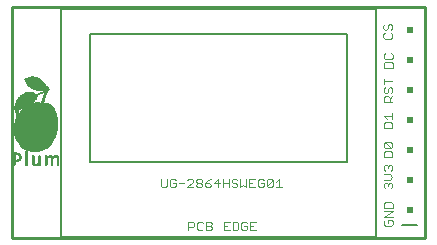
<source format=gto>
G04 EAGLE Gerber RS-274X export*
G75*
%MOMM*%
%FSLAX34Y34*%
%LPD*%
%INSilkscreen Top*%
%IPPOS*%
%AMOC8*
5,1,8,0,0,1.08239X$1,22.5*%
G01*
%ADD10C,0.076200*%
%ADD11C,0.127000*%
%ADD12C,0.203200*%
%ADD13R,0.508000X0.508000*%
%ADD14C,0.254000*%

G36*
X17398Y72578D02*
X17398Y72578D01*
X17433Y72575D01*
X17514Y72600D01*
X17558Y72609D01*
X17572Y72618D01*
X17592Y72624D01*
X17957Y72807D01*
X18415Y72831D01*
X18433Y72835D01*
X18455Y72835D01*
X18978Y72905D01*
X19486Y72899D01*
X20030Y72854D01*
X20041Y72856D01*
X20054Y72853D01*
X21745Y72794D01*
X21750Y72795D01*
X21756Y72793D01*
X22320Y72786D01*
X22346Y72791D01*
X22382Y72789D01*
X22940Y72852D01*
X22960Y72859D01*
X22988Y72860D01*
X24087Y73092D01*
X24099Y73097D01*
X24116Y73099D01*
X25203Y73398D01*
X25216Y73404D01*
X25233Y73407D01*
X25767Y73591D01*
X25774Y73595D01*
X25785Y73597D01*
X27358Y74208D01*
X27363Y74212D01*
X27371Y74213D01*
X27875Y74426D01*
X27887Y74434D01*
X27904Y74439D01*
X28391Y74682D01*
X28869Y74876D01*
X28878Y74882D01*
X28891Y74886D01*
X29400Y75121D01*
X29418Y75135D01*
X29445Y75145D01*
X29930Y75433D01*
X29936Y75439D01*
X29946Y75443D01*
X30892Y76053D01*
X30919Y76079D01*
X30963Y76108D01*
X31776Y76867D01*
X32198Y77219D01*
X32223Y77250D01*
X32265Y77287D01*
X32605Y77703D01*
X32973Y78112D01*
X32981Y78126D01*
X32996Y78139D01*
X33689Y79029D01*
X33699Y79048D01*
X33716Y79068D01*
X34321Y80016D01*
X34325Y80026D01*
X34333Y80037D01*
X34884Y81000D01*
X34887Y81009D01*
X34894Y81017D01*
X35938Y83017D01*
X35939Y83021D01*
X35943Y83026D01*
X36444Y84035D01*
X36445Y84039D01*
X36448Y84043D01*
X36689Y84552D01*
X36692Y84563D01*
X36699Y84574D01*
X36906Y85070D01*
X37143Y85543D01*
X37147Y85558D01*
X37158Y85574D01*
X37591Y86609D01*
X37592Y86615D01*
X37596Y86621D01*
X37996Y87656D01*
X37999Y87671D01*
X38007Y87687D01*
X38501Y89266D01*
X38504Y89301D01*
X38519Y89349D01*
X38587Y89860D01*
X38875Y90901D01*
X38877Y90936D01*
X38890Y90981D01*
X38947Y91510D01*
X39067Y92026D01*
X39067Y92048D01*
X39075Y92075D01*
X39358Y94279D01*
X39357Y94301D01*
X39362Y94329D01*
X39406Y95960D01*
X39404Y95968D01*
X39406Y95979D01*
X39393Y97107D01*
X39391Y97114D01*
X39392Y97123D01*
X39368Y97686D01*
X39360Y97717D01*
X39359Y97761D01*
X39258Y98274D01*
X39225Y98804D01*
X39221Y98819D01*
X39222Y98839D01*
X39074Y99950D01*
X39069Y99964D01*
X39069Y99983D01*
X38738Y101627D01*
X38731Y101643D01*
X38729Y101664D01*
X38429Y102723D01*
X38324Y103252D01*
X38319Y103264D01*
X38318Y103278D01*
X38181Y103816D01*
X38178Y103822D01*
X38178Y103829D01*
X37876Y104896D01*
X37872Y104903D01*
X37871Y104913D01*
X37362Y106498D01*
X37358Y106506D01*
X37356Y106516D01*
X37164Y107042D01*
X37155Y107056D01*
X37150Y107076D01*
X36930Y107565D01*
X36762Y108072D01*
X36750Y108093D01*
X36742Y108123D01*
X36638Y108352D01*
X36637Y108353D01*
X36637Y108354D01*
X36614Y108384D01*
X36594Y108449D01*
X36081Y109455D01*
X36071Y109468D01*
X36063Y109487D01*
X35477Y110453D01*
X35466Y110465D01*
X35457Y110484D01*
X35129Y110943D01*
X35116Y110955D01*
X35104Y110974D01*
X34741Y111406D01*
X34730Y111414D01*
X34720Y111428D01*
X34331Y111837D01*
X34322Y111843D01*
X34315Y111853D01*
X33908Y112244D01*
X33897Y112250D01*
X33888Y112262D01*
X33460Y112631D01*
X33438Y112643D01*
X33414Y112666D01*
X32951Y112979D01*
X32932Y112987D01*
X32912Y113004D01*
X31925Y113544D01*
X31894Y113554D01*
X31855Y113576D01*
X31332Y113765D01*
X31320Y113766D01*
X31308Y113773D01*
X30244Y114097D01*
X30220Y114099D01*
X30191Y114110D01*
X29636Y114214D01*
X29622Y114214D01*
X29604Y114219D01*
X29044Y114287D01*
X29024Y114285D01*
X28999Y114291D01*
X28435Y114308D01*
X28419Y114305D01*
X28399Y114308D01*
X27835Y114285D01*
X27807Y114278D01*
X27769Y114278D01*
X27524Y114235D01*
X27874Y115975D01*
X28145Y117058D01*
X28145Y117069D01*
X28150Y117082D01*
X28257Y117613D01*
X28409Y118134D01*
X28410Y118146D01*
X28415Y118159D01*
X28673Y119243D01*
X28995Y120310D01*
X28996Y120315D01*
X28998Y120320D01*
X29292Y121372D01*
X29487Y121812D01*
X29782Y122236D01*
X29787Y122249D01*
X29798Y122261D01*
X30091Y122743D01*
X30104Y122778D01*
X30131Y122824D01*
X30332Y123350D01*
X30339Y123390D01*
X30358Y123446D01*
X30409Y123743D01*
X30407Y123794D01*
X30415Y123843D01*
X30408Y123874D01*
X30541Y124075D01*
X30887Y124156D01*
X30927Y124174D01*
X31015Y124205D01*
X31470Y124456D01*
X31492Y124474D01*
X31517Y124485D01*
X31567Y124538D01*
X31622Y124584D01*
X31634Y124610D01*
X31653Y124630D01*
X31692Y124725D01*
X31711Y124762D01*
X31711Y124772D01*
X31716Y124784D01*
X31838Y125332D01*
X31839Y125375D01*
X31849Y125470D01*
X31816Y126033D01*
X31807Y126066D01*
X31804Y126113D01*
X31680Y126664D01*
X31667Y126691D01*
X31660Y126730D01*
X31460Y127258D01*
X31443Y127285D01*
X31428Y127325D01*
X31153Y127817D01*
X31144Y127827D01*
X31140Y127839D01*
X31029Y127963D01*
X30596Y128308D01*
X30565Y128324D01*
X30539Y128347D01*
X30477Y128369D01*
X30419Y128398D01*
X30384Y128401D01*
X30351Y128412D01*
X30265Y128409D01*
X30221Y128413D01*
X30205Y128407D01*
X30185Y128407D01*
X29648Y128297D01*
X29607Y128279D01*
X29528Y128256D01*
X29176Y128083D01*
X28973Y128870D01*
X28961Y128894D01*
X28954Y128928D01*
X28540Y129978D01*
X28526Y130000D01*
X28515Y130033D01*
X28247Y130528D01*
X28223Y130556D01*
X28208Y130589D01*
X28148Y130646D01*
X28119Y130680D01*
X28103Y130688D01*
X28087Y130704D01*
X27716Y130955D01*
X27110Y131799D01*
X27094Y131813D01*
X27081Y131835D01*
X26712Y132259D01*
X26695Y132272D01*
X26683Y132289D01*
X26575Y132364D01*
X26554Y132380D01*
X26550Y132381D01*
X26546Y132383D01*
X26130Y132578D01*
X25837Y132891D01*
X25217Y133779D01*
X25211Y133785D01*
X25206Y133794D01*
X24869Y134240D01*
X24821Y134282D01*
X24780Y134331D01*
X24743Y134351D01*
X24720Y134372D01*
X24683Y134384D01*
X24634Y134411D01*
X24161Y134575D01*
X23724Y134837D01*
X23684Y134852D01*
X23623Y134884D01*
X23224Y135016D01*
X22918Y135331D01*
X22873Y135362D01*
X22834Y135401D01*
X22785Y135423D01*
X22754Y135444D01*
X22722Y135450D01*
X22681Y135468D01*
X22216Y135585D01*
X21801Y135824D01*
X21759Y135838D01*
X21676Y135874D01*
X21146Y136011D01*
X21112Y136013D01*
X21068Y136024D01*
X20590Y136069D01*
X20137Y136199D01*
X19651Y136398D01*
X19610Y136406D01*
X19550Y136428D01*
X18997Y136527D01*
X18952Y136526D01*
X18867Y136533D01*
X18319Y136487D01*
X18297Y136481D01*
X18268Y136481D01*
X17805Y136393D01*
X17332Y136464D01*
X17309Y136463D01*
X17280Y136469D01*
X16716Y136494D01*
X16704Y136492D01*
X16690Y136494D01*
X16125Y136489D01*
X16039Y136470D01*
X15953Y136456D01*
X15941Y136449D01*
X15931Y136447D01*
X15896Y136423D01*
X15809Y136372D01*
X15568Y136170D01*
X15199Y136182D01*
X15165Y136176D01*
X15131Y136179D01*
X15047Y136156D01*
X15003Y136149D01*
X14990Y136140D01*
X14971Y136135D01*
X14581Y135952D01*
X14211Y135859D01*
X13762Y135924D01*
X13755Y135924D01*
X13749Y135926D01*
X13656Y135918D01*
X13564Y135913D01*
X13557Y135910D01*
X13550Y135910D01*
X13469Y135867D01*
X13385Y135826D01*
X13381Y135820D01*
X13374Y135817D01*
X13265Y135692D01*
X13140Y135488D01*
X12874Y135500D01*
X12830Y135493D01*
X12751Y135490D01*
X12254Y135388D01*
X12244Y135383D01*
X12233Y135383D01*
X12081Y135316D01*
X11723Y135082D01*
X11269Y134965D01*
X11194Y134928D01*
X11117Y134896D01*
X11104Y134884D01*
X11091Y134877D01*
X11062Y134844D01*
X10996Y134782D01*
X10683Y134367D01*
X10654Y134306D01*
X10617Y134249D01*
X10612Y134217D01*
X10597Y134187D01*
X10594Y134120D01*
X10583Y134053D01*
X10590Y134017D01*
X10589Y133988D01*
X10603Y133950D01*
X10615Y133890D01*
X10809Y133375D01*
X10832Y133338D01*
X10861Y133274D01*
X11163Y132823D01*
X11393Y132421D01*
X11519Y131950D01*
X11525Y131938D01*
X11527Y131924D01*
X11604Y131777D01*
X11825Y131485D01*
X11791Y131152D01*
X11800Y131060D01*
X11807Y130967D01*
X11810Y130960D01*
X11811Y130954D01*
X11827Y130925D01*
X11878Y130816D01*
X12178Y130383D01*
X12426Y129914D01*
X12442Y129895D01*
X12451Y129871D01*
X12527Y129790D01*
X12551Y129761D01*
X12558Y129757D01*
X12565Y129750D01*
X12900Y129495D01*
X13035Y129147D01*
X13052Y129120D01*
X13062Y129090D01*
X13119Y129016D01*
X13143Y128979D01*
X13154Y128972D01*
X13164Y128958D01*
X13497Y128655D01*
X13761Y128259D01*
X13789Y128231D01*
X13861Y128149D01*
X14285Y127802D01*
X14304Y127793D01*
X14323Y127774D01*
X14702Y127521D01*
X14932Y127164D01*
X14935Y127160D01*
X14936Y127157D01*
X15050Y127035D01*
X15459Y126726D01*
X15806Y126358D01*
X15842Y126332D01*
X15913Y126272D01*
X16858Y125705D01*
X16863Y125703D01*
X16867Y125700D01*
X17023Y125643D01*
X17449Y125563D01*
X17785Y125291D01*
X17824Y125270D01*
X17859Y125241D01*
X17923Y125218D01*
X17961Y125198D01*
X17985Y125196D01*
X18016Y125186D01*
X18541Y125096D01*
X19004Y124956D01*
X19447Y124723D01*
X19465Y124718D01*
X19480Y124707D01*
X19626Y124671D01*
X19638Y124667D01*
X19639Y124667D01*
X19641Y124667D01*
X21301Y124539D01*
X21709Y124460D01*
X21982Y124247D01*
X22039Y124219D01*
X22091Y124183D01*
X22132Y124172D01*
X22160Y124158D01*
X22199Y124156D01*
X22252Y124143D01*
X23840Y124027D01*
X24248Y123818D01*
X24278Y123809D01*
X24305Y123793D01*
X24397Y123776D01*
X24439Y123764D01*
X24453Y123766D01*
X24469Y123763D01*
X25032Y123756D01*
X25053Y123760D01*
X25081Y123758D01*
X25643Y123806D01*
X25666Y123813D01*
X25697Y123813D01*
X26251Y123923D01*
X26266Y123929D01*
X26286Y123931D01*
X26830Y124081D01*
X26840Y124086D01*
X26854Y124088D01*
X27390Y124264D01*
X27415Y124278D01*
X27453Y124290D01*
X27883Y124500D01*
X27671Y124300D01*
X27639Y124299D01*
X27603Y124290D01*
X27492Y124269D01*
X26988Y124087D01*
X26981Y124082D01*
X26974Y124081D01*
X26959Y124070D01*
X26929Y124061D01*
X26472Y123825D01*
X25488Y123471D01*
X25472Y123461D01*
X25448Y123454D01*
X24515Y123023D01*
X24029Y122910D01*
X23988Y122892D01*
X23916Y122870D01*
X23540Y122680D01*
X23536Y122677D01*
X23531Y122675D01*
X23478Y122632D01*
X23449Y122623D01*
X23376Y122612D01*
X22985Y122482D01*
X22973Y122475D01*
X22957Y122471D01*
X22463Y122273D01*
X21981Y122116D01*
X21111Y121872D01*
X20783Y122030D01*
X20772Y122032D01*
X20761Y122040D01*
X19742Y122471D01*
X19248Y122710D01*
X19231Y122714D01*
X19213Y122725D01*
X18694Y122930D01*
X18674Y122933D01*
X18650Y122945D01*
X18140Y123092D01*
X17642Y123290D01*
X17602Y123297D01*
X17544Y123318D01*
X16991Y123414D01*
X16948Y123413D01*
X16905Y123422D01*
X16836Y123410D01*
X16792Y123409D01*
X16771Y123399D01*
X16741Y123394D01*
X16322Y123249D01*
X15865Y123288D01*
X15852Y123286D01*
X15835Y123289D01*
X15270Y123303D01*
X15262Y123302D01*
X15252Y123303D01*
X14122Y123289D01*
X14113Y123287D01*
X14102Y123289D01*
X12974Y123230D01*
X12957Y123226D01*
X12935Y123226D01*
X11816Y123078D01*
X11799Y123073D01*
X11778Y123072D01*
X11226Y122955D01*
X11191Y122940D01*
X11138Y122928D01*
X10628Y122716D01*
X10607Y122702D01*
X10583Y122695D01*
X10494Y122626D01*
X10463Y122605D01*
X10459Y122599D01*
X10451Y122593D01*
X10078Y122187D01*
X10070Y122173D01*
X10055Y122160D01*
X9812Y121854D01*
X9420Y121713D01*
X9409Y121707D01*
X9395Y121703D01*
X9113Y121584D01*
X8900Y121494D01*
X8387Y121341D01*
X8364Y121328D01*
X8330Y121320D01*
X7813Y121093D01*
X7779Y121069D01*
X7722Y121041D01*
X7281Y120724D01*
X7249Y120688D01*
X7209Y120661D01*
X7174Y120608D01*
X7146Y120577D01*
X7137Y120552D01*
X7117Y120522D01*
X6930Y120102D01*
X6606Y119791D01*
X6204Y119456D01*
X5760Y119151D01*
X5741Y119131D01*
X5710Y119111D01*
X5289Y118734D01*
X5280Y118721D01*
X5264Y118709D01*
X4872Y118304D01*
X4861Y118287D01*
X4846Y118275D01*
X4776Y118153D01*
X4765Y118136D01*
X4764Y118133D01*
X4763Y118130D01*
X4583Y117646D01*
X4368Y117248D01*
X3666Y116435D01*
X3655Y116415D01*
X3635Y116394D01*
X3314Y115934D01*
X3278Y115851D01*
X3262Y115817D01*
X3259Y115813D01*
X3259Y115810D01*
X3239Y115769D01*
X3238Y115759D01*
X3235Y115751D01*
X3235Y115712D01*
X3228Y115632D01*
X3226Y115616D01*
X3227Y115612D01*
X3226Y115603D01*
X3266Y115168D01*
X3112Y114803D01*
X2535Y113879D01*
X2521Y113843D01*
X2492Y113794D01*
X2297Y113287D01*
X2292Y113253D01*
X2277Y113222D01*
X2272Y113135D01*
X2264Y113091D01*
X2268Y113076D01*
X2267Y113056D01*
X2312Y112622D01*
X2029Y111628D01*
X2028Y111606D01*
X2018Y111579D01*
X1920Y111025D01*
X1922Y110946D01*
X1917Y110868D01*
X1925Y110845D01*
X1925Y110826D01*
X1944Y110785D01*
X1968Y110709D01*
X2170Y110317D01*
X2206Y109945D01*
X2093Y109481D01*
X2092Y109464D01*
X2085Y109443D01*
X1994Y108887D01*
X1994Y108880D01*
X1992Y108873D01*
X1997Y108707D01*
X2106Y108170D01*
X2146Y108074D01*
X2182Y107988D01*
X2183Y107987D01*
X2183Y107986D01*
X2251Y107920D01*
X2324Y107849D01*
X2325Y107848D01*
X2326Y107848D01*
X2332Y107846D01*
X2333Y107845D01*
X2396Y107394D01*
X2406Y107366D01*
X2410Y107327D01*
X2561Y106797D01*
X2578Y106765D01*
X2586Y106730D01*
X2632Y106661D01*
X2653Y106621D01*
X2666Y106610D01*
X2678Y106591D01*
X2896Y106361D01*
X2923Y105981D01*
X2934Y105939D01*
X2944Y105869D01*
X3102Y105356D01*
X3190Y104910D01*
X3133Y104429D01*
X3135Y104405D01*
X3130Y104373D01*
X3127Y103810D01*
X3134Y103773D01*
X3149Y103662D01*
X3312Y103128D01*
X3332Y103090D01*
X3355Y103027D01*
X3629Y102543D01*
X3658Y102509D01*
X3700Y102447D01*
X3838Y102300D01*
X3316Y101036D01*
X3313Y101021D01*
X3304Y101004D01*
X2774Y99423D01*
X2773Y99414D01*
X2768Y99405D01*
X2455Y98336D01*
X2453Y98308D01*
X2441Y98272D01*
X2358Y97741D01*
X2098Y96688D01*
X2097Y96657D01*
X2086Y96617D01*
X2033Y96088D01*
X1918Y95572D01*
X1917Y95539D01*
X1907Y95495D01*
X1872Y94959D01*
X1783Y94430D01*
X1783Y94407D01*
X1777Y94378D01*
X1741Y93815D01*
X1742Y93807D01*
X1740Y93797D01*
X1710Y92669D01*
X1711Y92666D01*
X1710Y92662D01*
X1697Y91533D01*
X1697Y91529D01*
X1697Y91526D01*
X1698Y91524D01*
X1697Y91518D01*
X1718Y90390D01*
X1721Y90380D01*
X1719Y90368D01*
X1755Y89805D01*
X1757Y89797D01*
X1756Y89788D01*
X1865Y88665D01*
X1870Y88649D01*
X1871Y88628D01*
X2064Y87517D01*
X2068Y87508D01*
X2069Y87495D01*
X2183Y86980D01*
X2243Y86448D01*
X2254Y86415D01*
X2259Y86367D01*
X2564Y85293D01*
X2569Y85284D01*
X2571Y85270D01*
X2751Y84736D01*
X2753Y84732D01*
X2754Y84726D01*
X2946Y84196D01*
X2954Y84181D01*
X2960Y84161D01*
X3189Y83649D01*
X3194Y83642D01*
X3197Y83632D01*
X3695Y82625D01*
X3702Y82617D01*
X3706Y82605D01*
X4251Y81620D01*
X4259Y81611D01*
X4264Y81597D01*
X4860Y80643D01*
X4869Y80634D01*
X4876Y80619D01*
X5854Y79238D01*
X5862Y79230D01*
X5869Y79217D01*
X6918Y77889D01*
X6929Y77879D01*
X6940Y77863D01*
X8076Y76609D01*
X8083Y76604D01*
X8089Y76595D01*
X8484Y76192D01*
X8502Y76180D01*
X8519Y76160D01*
X8940Y75806D01*
X9345Y75431D01*
X9360Y75421D01*
X9376Y75404D01*
X9817Y75059D01*
X9832Y75051D01*
X9848Y75036D01*
X10316Y74725D01*
X10335Y74717D01*
X10356Y74700D01*
X11310Y74186D01*
X11335Y74178D01*
X11365Y74160D01*
X11872Y73963D01*
X11875Y73962D01*
X11879Y73960D01*
X12909Y73575D01*
X12929Y73572D01*
X12954Y73561D01*
X15093Y72985D01*
X15121Y72983D01*
X15157Y72972D01*
X15697Y72900D01*
X16173Y72806D01*
X16606Y72618D01*
X16622Y72615D01*
X16636Y72606D01*
X16800Y72577D01*
X17363Y72571D01*
X17398Y72578D01*
G37*
G36*
X29678Y60734D02*
X29678Y60734D01*
X29749Y60740D01*
X29775Y60754D01*
X29803Y60760D01*
X29862Y60800D01*
X29925Y60833D01*
X29943Y60856D01*
X29967Y60872D01*
X30005Y60932D01*
X30050Y60988D01*
X30060Y61019D01*
X30074Y61040D01*
X30081Y61082D01*
X30102Y61146D01*
X30175Y61634D01*
X30173Y61668D01*
X30180Y61713D01*
X30145Y65099D01*
X30151Y66722D01*
X30229Y66993D01*
X30529Y67178D01*
X30992Y67417D01*
X31462Y67604D01*
X31919Y67716D01*
X32325Y67718D01*
X32631Y67594D01*
X32831Y67342D01*
X32931Y66955D01*
X32955Y66195D01*
X32964Y65889D01*
X32967Y61374D01*
X32970Y61357D01*
X32968Y61339D01*
X32990Y61260D01*
X33007Y61180D01*
X33017Y61165D01*
X33021Y61148D01*
X33073Y61083D01*
X33119Y61016D01*
X33134Y61006D01*
X33145Y60992D01*
X33279Y60914D01*
X33287Y60909D01*
X33288Y60909D01*
X33289Y60908D01*
X33699Y60753D01*
X33706Y60751D01*
X33712Y60748D01*
X33876Y60720D01*
X34441Y60720D01*
X34473Y60727D01*
X34506Y60724D01*
X34570Y60746D01*
X34636Y60760D01*
X34663Y60778D01*
X34694Y60789D01*
X34763Y60847D01*
X34800Y60872D01*
X34808Y60884D01*
X34821Y60896D01*
X35081Y61201D01*
X35125Y61282D01*
X35172Y61361D01*
X35174Y61369D01*
X35177Y61375D01*
X35181Y61411D01*
X35200Y61525D01*
X35200Y67003D01*
X35326Y67163D01*
X35715Y67356D01*
X36195Y67551D01*
X36670Y67686D01*
X37119Y67731D01*
X37494Y67667D01*
X37753Y67482D01*
X37902Y67177D01*
X37941Y66722D01*
X37955Y66177D01*
X37983Y61660D01*
X37992Y61616D01*
X38000Y61532D01*
X38121Y61088D01*
X38140Y61050D01*
X38150Y61009D01*
X38185Y60963D01*
X38211Y60911D01*
X38243Y60883D01*
X38268Y60849D01*
X38318Y60820D01*
X38362Y60782D01*
X38403Y60769D01*
X38439Y60748D01*
X38510Y60736D01*
X38552Y60723D01*
X38575Y60725D01*
X38603Y60720D01*
X39168Y60720D01*
X39189Y60724D01*
X39216Y60722D01*
X39732Y60772D01*
X39812Y60797D01*
X39894Y60816D01*
X39907Y60826D01*
X39922Y60830D01*
X39986Y60884D01*
X40054Y60934D01*
X40062Y60948D01*
X40074Y60958D01*
X40113Y61033D01*
X40156Y61105D01*
X40158Y61122D01*
X40165Y61135D01*
X40168Y61179D01*
X40183Y61270D01*
X40178Y65791D01*
X40177Y65795D01*
X40177Y65799D01*
X40147Y67494D01*
X40138Y67531D01*
X40137Y67585D01*
X40024Y68136D01*
X40010Y68169D01*
X39972Y68278D01*
X39699Y68770D01*
X39671Y68803D01*
X39613Y68883D01*
X39213Y69279D01*
X39178Y69302D01*
X39098Y69364D01*
X38602Y69631D01*
X38559Y69644D01*
X38486Y69676D01*
X37939Y69812D01*
X37897Y69814D01*
X37834Y69826D01*
X37270Y69844D01*
X37233Y69837D01*
X37178Y69838D01*
X36620Y69751D01*
X36591Y69740D01*
X36549Y69734D01*
X36010Y69566D01*
X35993Y69557D01*
X35969Y69552D01*
X35446Y69338D01*
X35429Y69326D01*
X35404Y69318D01*
X34623Y68910D01*
X34529Y68954D01*
X34185Y69288D01*
X34148Y69313D01*
X34083Y69365D01*
X33593Y69643D01*
X33553Y69656D01*
X33548Y69657D01*
X33512Y69679D01*
X33486Y69683D01*
X33459Y69695D01*
X32909Y69821D01*
X32865Y69822D01*
X32773Y69834D01*
X31829Y69788D01*
X31786Y69777D01*
X31703Y69765D01*
X31164Y69595D01*
X31145Y69584D01*
X31118Y69578D01*
X30599Y69356D01*
X30587Y69347D01*
X30570Y69342D01*
X30086Y69097D01*
X29994Y69336D01*
X29985Y69350D01*
X29981Y69367D01*
X29932Y69434D01*
X29887Y69504D01*
X29873Y69513D01*
X29863Y69527D01*
X29792Y69569D01*
X29723Y69616D01*
X29706Y69620D01*
X29692Y69628D01*
X29530Y69656D01*
X29528Y69656D01*
X28963Y69656D01*
X28941Y69652D01*
X28912Y69653D01*
X28399Y69601D01*
X28320Y69576D01*
X28240Y69557D01*
X28226Y69547D01*
X28209Y69542D01*
X28146Y69488D01*
X28080Y69439D01*
X28071Y69424D01*
X28058Y69413D01*
X28020Y69339D01*
X27978Y69268D01*
X27975Y69249D01*
X27968Y69235D01*
X27965Y69191D01*
X27951Y69104D01*
X27956Y61762D01*
X27958Y61753D01*
X27957Y61742D01*
X27979Y61199D01*
X28003Y61102D01*
X28025Y61009D01*
X28026Y61008D01*
X28026Y61006D01*
X28086Y60926D01*
X28143Y60849D01*
X28144Y60848D01*
X28145Y60847D01*
X28232Y60796D01*
X28314Y60748D01*
X28316Y60747D01*
X28317Y60747D01*
X28333Y60745D01*
X28478Y60720D01*
X29608Y60720D01*
X29678Y60734D01*
G37*
G36*
X2307Y60730D02*
X2307Y60730D01*
X2359Y60731D01*
X2413Y60752D01*
X2451Y60760D01*
X2476Y60777D01*
X2514Y60792D01*
X2867Y61004D01*
X2921Y61054D01*
X2980Y61098D01*
X2994Y61121D01*
X3013Y61139D01*
X3044Y61206D01*
X3081Y61269D01*
X3086Y61299D01*
X3096Y61320D01*
X3097Y61363D01*
X3108Y61433D01*
X3101Y64036D01*
X3106Y64040D01*
X4061Y64106D01*
X4076Y64110D01*
X4096Y64110D01*
X4656Y64187D01*
X4672Y64193D01*
X4694Y64194D01*
X5245Y64315D01*
X5267Y64324D01*
X5297Y64329D01*
X5833Y64508D01*
X5857Y64522D01*
X5893Y64532D01*
X6401Y64779D01*
X6427Y64799D01*
X6467Y64818D01*
X6931Y65140D01*
X6956Y65166D01*
X6997Y65195D01*
X7399Y65592D01*
X7418Y65621D01*
X7452Y65654D01*
X7784Y66112D01*
X7797Y66142D01*
X7824Y66177D01*
X8081Y66680D01*
X8091Y66716D01*
X8115Y66766D01*
X8275Y67306D01*
X8282Y67386D01*
X8295Y67465D01*
X8294Y67470D01*
X8296Y67473D01*
X8304Y67506D01*
X8315Y67529D01*
X8318Y67571D01*
X8332Y67636D01*
X8360Y68201D01*
X8356Y68226D01*
X8360Y68260D01*
X8321Y68824D01*
X8312Y68857D01*
X8309Y68904D01*
X8179Y69455D01*
X8164Y69487D01*
X8153Y69535D01*
X7932Y70056D01*
X7910Y70088D01*
X7886Y70140D01*
X7570Y70608D01*
X7542Y70636D01*
X7507Y70684D01*
X7106Y71082D01*
X7075Y71102D01*
X7038Y71138D01*
X6573Y71459D01*
X6542Y71472D01*
X6503Y71500D01*
X5991Y71741D01*
X5967Y71747D01*
X5938Y71763D01*
X5402Y71944D01*
X5376Y71947D01*
X5345Y71960D01*
X4791Y72077D01*
X4770Y72077D01*
X4745Y72084D01*
X4182Y72148D01*
X4171Y72147D01*
X4158Y72150D01*
X3593Y72186D01*
X3584Y72185D01*
X3573Y72187D01*
X1309Y72241D01*
X1295Y72239D01*
X1281Y72241D01*
X1197Y72221D01*
X1113Y72206D01*
X1101Y72198D01*
X1087Y72195D01*
X1018Y72144D01*
X947Y72098D01*
X939Y72086D01*
X927Y72077D01*
X884Y72004D01*
X836Y71933D01*
X833Y71918D01*
X826Y71906D01*
X798Y71742D01*
X798Y67779D01*
X812Y67709D01*
X818Y67639D01*
X832Y67609D01*
X837Y67584D01*
X862Y67549D01*
X891Y67489D01*
X918Y67451D01*
X828Y67203D01*
X827Y67200D01*
X826Y67197D01*
X798Y67033D01*
X792Y61386D01*
X794Y61375D01*
X793Y61365D01*
X814Y61278D01*
X832Y61191D01*
X838Y61182D01*
X840Y61172D01*
X894Y61100D01*
X944Y61027D01*
X953Y61021D01*
X959Y61013D01*
X1100Y60924D01*
X1499Y60758D01*
X1514Y60755D01*
X1527Y60748D01*
X1691Y60720D01*
X2256Y60720D01*
X2307Y60730D01*
G37*
G36*
X20024Y60529D02*
X20024Y60529D01*
X20072Y60529D01*
X20630Y60618D01*
X20659Y60629D01*
X20700Y60634D01*
X21239Y60802D01*
X21256Y60812D01*
X21281Y60817D01*
X21803Y61032D01*
X21817Y61042D01*
X21837Y61048D01*
X22342Y61301D01*
X22345Y61303D01*
X22412Y61077D01*
X22429Y61045D01*
X22438Y61009D01*
X22476Y60958D01*
X22506Y60902D01*
X22534Y60879D01*
X22556Y60849D01*
X22610Y60817D01*
X22660Y60777D01*
X22695Y60766D01*
X22727Y60748D01*
X22808Y60734D01*
X22851Y60722D01*
X22869Y60724D01*
X22891Y60720D01*
X23456Y60720D01*
X23490Y60727D01*
X23537Y60727D01*
X24022Y60807D01*
X24085Y60831D01*
X24151Y60846D01*
X24177Y60866D01*
X24208Y60878D01*
X24257Y60924D01*
X24311Y60964D01*
X24328Y60993D01*
X24352Y61015D01*
X24378Y61077D01*
X24413Y61135D01*
X24419Y61172D01*
X24430Y61198D01*
X24430Y61239D01*
X24440Y61299D01*
X24440Y68647D01*
X24436Y68670D01*
X24437Y68700D01*
X24382Y69210D01*
X24358Y69288D01*
X24339Y69367D01*
X24328Y69382D01*
X24322Y69400D01*
X24269Y69462D01*
X24221Y69527D01*
X24205Y69537D01*
X24193Y69551D01*
X24120Y69587D01*
X24050Y69628D01*
X24029Y69632D01*
X24014Y69639D01*
X23970Y69642D01*
X23886Y69656D01*
X22756Y69656D01*
X22751Y69655D01*
X22746Y69656D01*
X22654Y69635D01*
X22561Y69616D01*
X22557Y69614D01*
X22552Y69613D01*
X22475Y69558D01*
X22397Y69504D01*
X22394Y69500D01*
X22390Y69497D01*
X22341Y69417D01*
X22290Y69336D01*
X22289Y69332D01*
X22287Y69328D01*
X22256Y69164D01*
X22240Y68055D01*
X22241Y68050D01*
X22240Y68044D01*
X22278Y63609D01*
X22205Y63397D01*
X21894Y63219D01*
X21415Y62991D01*
X20929Y62794D01*
X20456Y62658D01*
X20006Y62615D01*
X19641Y62676D01*
X19410Y62856D01*
X19280Y63187D01*
X19227Y63663D01*
X19176Y65331D01*
X19171Y67014D01*
X19204Y68703D01*
X19196Y68747D01*
X19188Y68838D01*
X19072Y69282D01*
X19053Y69323D01*
X19042Y69367D01*
X19009Y69411D01*
X18985Y69461D01*
X18951Y69491D01*
X18924Y69527D01*
X18877Y69555D01*
X18835Y69591D01*
X18792Y69605D01*
X18753Y69628D01*
X18687Y69640D01*
X18646Y69653D01*
X18621Y69651D01*
X18589Y69656D01*
X17459Y69656D01*
X17451Y69654D01*
X17442Y69656D01*
X17354Y69635D01*
X17264Y69616D01*
X17257Y69612D01*
X17249Y69610D01*
X17176Y69556D01*
X17100Y69504D01*
X17095Y69497D01*
X17089Y69492D01*
X17042Y69414D01*
X16993Y69336D01*
X16992Y69328D01*
X16987Y69321D01*
X16960Y69157D01*
X16960Y69021D01*
X16960Y69020D01*
X16965Y64499D01*
X16966Y64495D01*
X16965Y64491D01*
X16985Y63360D01*
X16987Y63349D01*
X16986Y63335D01*
X17025Y62771D01*
X17035Y62734D01*
X17040Y62678D01*
X17184Y62134D01*
X17202Y62097D01*
X17240Y62002D01*
X17533Y61521D01*
X17562Y61490D01*
X17624Y61411D01*
X18042Y61032D01*
X18080Y61010D01*
X18151Y60957D01*
X18653Y60702D01*
X18696Y60690D01*
X18772Y60659D01*
X19322Y60538D01*
X19364Y60537D01*
X19426Y60526D01*
X19991Y60523D01*
X20024Y60529D01*
G37*
%LPC*%
G36*
X24492Y113996D02*
X24492Y113996D01*
X23516Y114496D01*
X23494Y114502D01*
X23467Y114518D01*
X22949Y114717D01*
X22920Y114722D01*
X22884Y114737D01*
X22336Y114866D01*
X22296Y114867D01*
X22237Y114879D01*
X21673Y114896D01*
X21658Y114893D01*
X21638Y114896D01*
X21073Y114873D01*
X21062Y114871D01*
X21048Y114872D01*
X20485Y114820D01*
X20472Y114816D01*
X20454Y114816D01*
X19896Y114730D01*
X19882Y114724D01*
X19864Y114723D01*
X19314Y114601D01*
X19310Y114599D01*
X19305Y114599D01*
X18325Y114362D01*
X18419Y114450D01*
X18426Y114460D01*
X18438Y114468D01*
X18830Y114875D01*
X18836Y114883D01*
X18846Y114891D01*
X19593Y115739D01*
X19600Y115751D01*
X19612Y115762D01*
X19959Y116208D01*
X19964Y116217D01*
X19973Y116226D01*
X20299Y116687D01*
X20306Y116704D01*
X20320Y116720D01*
X20897Y117689D01*
X20904Y117709D01*
X20920Y117731D01*
X21403Y118752D01*
X21405Y118761D01*
X21412Y118772D01*
X21631Y119292D01*
X21636Y119314D01*
X21648Y119338D01*
X21802Y119836D01*
X22003Y120230D01*
X22285Y120517D01*
X23204Y120976D01*
X23703Y121182D01*
X23713Y121188D01*
X23726Y121191D01*
X24109Y121372D01*
X24119Y121379D01*
X24130Y121382D01*
X24178Y121422D01*
X24213Y121432D01*
X24288Y121444D01*
X24695Y121582D01*
X24713Y121592D01*
X24740Y121599D01*
X25742Y122051D01*
X27175Y122548D01*
X26839Y121663D01*
X26837Y121649D01*
X26828Y121633D01*
X26333Y120022D01*
X26331Y120008D01*
X26324Y119992D01*
X26193Y119449D01*
X26193Y119437D01*
X26187Y119422D01*
X26088Y118889D01*
X25832Y117869D01*
X25653Y117366D01*
X25649Y117335D01*
X25634Y117296D01*
X25531Y116778D01*
X25358Y116292D01*
X25353Y116255D01*
X25336Y116203D01*
X24983Y113993D01*
X24952Y113846D01*
X24907Y113845D01*
X24492Y113996D01*
G37*
%LPD*%
G36*
X12692Y60738D02*
X12692Y60738D01*
X12783Y60754D01*
X12790Y60758D01*
X12796Y60760D01*
X12825Y60779D01*
X12926Y60840D01*
X13230Y61101D01*
X13250Y61126D01*
X13276Y61145D01*
X13311Y61203D01*
X13353Y61257D01*
X13361Y61288D01*
X13377Y61316D01*
X13393Y61407D01*
X13404Y61449D01*
X13402Y61463D01*
X13405Y61480D01*
X13405Y72218D01*
X13402Y72232D01*
X13404Y72249D01*
X13371Y72781D01*
X13347Y72871D01*
X13326Y72961D01*
X13322Y72966D01*
X13320Y72973D01*
X13262Y73047D01*
X13208Y73121D01*
X13202Y73124D01*
X13197Y73130D01*
X13116Y73175D01*
X13037Y73222D01*
X13029Y73224D01*
X13024Y73227D01*
X12988Y73230D01*
X12873Y73250D01*
X11699Y73250D01*
X11690Y73248D01*
X11682Y73250D01*
X11594Y73229D01*
X11504Y73210D01*
X11497Y73206D01*
X11489Y73204D01*
X11415Y73150D01*
X11340Y73098D01*
X11335Y73091D01*
X11328Y73086D01*
X11282Y73007D01*
X11233Y72930D01*
X11231Y72922D01*
X11227Y72915D01*
X11199Y72751D01*
X11199Y61447D01*
X11211Y61388D01*
X11214Y61328D01*
X11231Y61292D01*
X11239Y61252D01*
X11273Y61202D01*
X11299Y61148D01*
X11332Y61116D01*
X11351Y61088D01*
X11382Y61069D01*
X11419Y61033D01*
X11757Y60806D01*
X11816Y60781D01*
X11872Y60748D01*
X11912Y60741D01*
X11940Y60729D01*
X11979Y60730D01*
X12036Y60720D01*
X12601Y60720D01*
X12692Y60738D01*
G37*
%LPC*%
G36*
X3071Y66028D02*
X3071Y66028D01*
X3059Y67434D01*
X3058Y67436D01*
X3059Y67438D01*
X3051Y67474D01*
X3054Y67483D01*
X3052Y67512D01*
X3059Y67550D01*
X3073Y69240D01*
X3107Y70201D01*
X3919Y70151D01*
X4416Y70067D01*
X4867Y69922D01*
X5263Y69689D01*
X5599Y69386D01*
X5841Y69025D01*
X5978Y68611D01*
X6016Y68147D01*
X5974Y67624D01*
X5980Y67576D01*
X5975Y67528D01*
X5992Y67478D01*
X5993Y67467D01*
X5985Y67458D01*
X5964Y67424D01*
X5924Y67380D01*
X5654Y66952D01*
X5331Y66632D01*
X4945Y66385D01*
X4501Y66219D01*
X4006Y66115D01*
X3481Y66049D01*
X3079Y66024D01*
X3071Y66028D01*
G37*
%LPD*%
%LPC*%
G36*
X5587Y105620D02*
X5587Y105620D01*
X5764Y106126D01*
X6396Y107677D01*
X6428Y107817D01*
X6623Y107904D01*
X6654Y107925D01*
X6702Y107947D01*
X7150Y108252D01*
X8118Y108789D01*
X8127Y108797D01*
X8140Y108803D01*
X8607Y109095D01*
X9058Y109345D01*
X9090Y109359D01*
X8990Y109275D01*
X8982Y109264D01*
X8967Y109255D01*
X8557Y108866D01*
X8545Y108849D01*
X8525Y108832D01*
X8311Y108588D01*
X8182Y108494D01*
X7392Y107690D01*
X7386Y107681D01*
X7376Y107673D01*
X6624Y106832D01*
X6614Y106815D01*
X6596Y106798D01*
X5921Y105894D01*
X5918Y105888D01*
X5912Y105882D01*
X5588Y105420D01*
X5586Y105416D01*
X5582Y105412D01*
X5485Y105267D01*
X5587Y105620D01*
G37*
%LPD*%
D10*
X316256Y15173D02*
X315027Y13944D01*
X315027Y11487D01*
X316256Y10258D01*
X321171Y10258D01*
X322400Y11487D01*
X322400Y13944D01*
X321171Y15173D01*
X318714Y15173D01*
X318714Y12715D01*
X322400Y17742D02*
X315027Y17742D01*
X322400Y22657D01*
X315027Y22657D01*
X315027Y25226D02*
X322400Y25226D01*
X322400Y28912D01*
X321171Y30141D01*
X316256Y30141D01*
X315027Y28912D01*
X315027Y25226D01*
X316017Y41674D02*
X314789Y42903D01*
X314789Y45360D01*
X316017Y46589D01*
X317246Y46589D01*
X318475Y45360D01*
X318475Y44132D01*
X318475Y45360D02*
X319704Y46589D01*
X320932Y46589D01*
X322161Y45360D01*
X322161Y42903D01*
X320932Y41674D01*
X319704Y49158D02*
X314789Y49158D01*
X319704Y49158D02*
X322161Y51616D01*
X319704Y54073D01*
X314789Y54073D01*
X316017Y56643D02*
X314789Y57871D01*
X314789Y60329D01*
X316017Y61557D01*
X317246Y61557D01*
X318475Y60329D01*
X318475Y59100D01*
X318475Y60329D02*
X319704Y61557D01*
X320932Y61557D01*
X322161Y60329D01*
X322161Y57871D01*
X320932Y56643D01*
X314604Y172131D02*
X315833Y173359D01*
X314604Y172131D02*
X314604Y169673D01*
X315833Y168444D01*
X320747Y168444D01*
X321976Y169673D01*
X321976Y172131D01*
X320747Y173359D01*
X314604Y179615D02*
X315833Y180843D01*
X314604Y179615D02*
X314604Y177157D01*
X315833Y175929D01*
X317061Y175929D01*
X318290Y177157D01*
X318290Y179615D01*
X319519Y180843D01*
X320747Y180843D01*
X321976Y179615D01*
X321976Y177157D01*
X320747Y175929D01*
X322195Y114819D02*
X314823Y114819D01*
X314823Y118505D01*
X316051Y119733D01*
X318509Y119733D01*
X319738Y118505D01*
X319738Y114819D01*
X319738Y117276D02*
X322195Y119733D01*
X314823Y125989D02*
X316051Y127218D01*
X314823Y125989D02*
X314823Y123531D01*
X316051Y122303D01*
X317280Y122303D01*
X318509Y123531D01*
X318509Y125989D01*
X319738Y127218D01*
X320966Y127218D01*
X322195Y125989D01*
X322195Y123531D01*
X320966Y122303D01*
X322195Y132244D02*
X314823Y132244D01*
X314823Y129787D02*
X314823Y134702D01*
X314831Y92893D02*
X322204Y92893D01*
X322204Y96579D01*
X320975Y97808D01*
X316060Y97808D01*
X314831Y96579D01*
X314831Y92893D01*
X317289Y100377D02*
X314831Y102835D01*
X322204Y102835D01*
X322204Y105292D02*
X322204Y100377D01*
X322204Y68409D02*
X314831Y68409D01*
X322204Y68409D02*
X322204Y72095D01*
X320975Y73324D01*
X316060Y73324D01*
X314831Y72095D01*
X314831Y68409D01*
X316060Y75893D02*
X320975Y75893D01*
X316060Y75893D02*
X314831Y77122D01*
X314831Y79579D01*
X316060Y80808D01*
X320975Y80808D01*
X322204Y79579D01*
X322204Y77122D01*
X320975Y75893D01*
X316060Y80808D01*
X314900Y143776D02*
X322272Y143776D01*
X322272Y147463D01*
X321044Y148691D01*
X316129Y148691D01*
X314900Y147463D01*
X314900Y143776D01*
X314900Y154947D02*
X316129Y156175D01*
X314900Y154947D02*
X314900Y152489D01*
X316129Y151261D01*
X321044Y151261D01*
X322272Y152489D01*
X322272Y154947D01*
X321044Y156175D01*
D11*
X308509Y193527D02*
X41479Y193527D01*
X308509Y193527D02*
X308509Y927D01*
X41509Y927D01*
X41479Y193527D01*
X66289Y172527D02*
X283729Y172527D01*
X283729Y63887D01*
X66289Y63887D01*
X66289Y172527D01*
D10*
X149390Y13681D02*
X149390Y6308D01*
X149390Y13681D02*
X153076Y13681D01*
X154305Y12452D01*
X154305Y9995D01*
X153076Y8766D01*
X149390Y8766D01*
X160560Y13681D02*
X161789Y12452D01*
X160560Y13681D02*
X158103Y13681D01*
X156874Y12452D01*
X156874Y7537D01*
X158103Y6308D01*
X160560Y6308D01*
X161789Y7537D01*
X164358Y6308D02*
X164358Y13681D01*
X168044Y13681D01*
X169273Y12452D01*
X169273Y11223D01*
X168044Y9995D01*
X169273Y8766D01*
X169273Y7537D01*
X168044Y6308D01*
X164358Y6308D01*
X164358Y9995D02*
X168044Y9995D01*
X179327Y13681D02*
X184242Y13681D01*
X179327Y13681D02*
X179327Y6308D01*
X184242Y6308D01*
X181784Y9995D02*
X179327Y9995D01*
X186811Y13681D02*
X186811Y6308D01*
X190497Y6308D01*
X191726Y7537D01*
X191726Y12452D01*
X190497Y13681D01*
X186811Y13681D01*
X197981Y13681D02*
X199210Y12452D01*
X197981Y13681D02*
X195524Y13681D01*
X194295Y12452D01*
X194295Y7537D01*
X195524Y6308D01*
X197981Y6308D01*
X199210Y7537D01*
X199210Y9995D01*
X196752Y9995D01*
X201779Y13681D02*
X206694Y13681D01*
X201779Y13681D02*
X201779Y6308D01*
X206694Y6308D01*
X204237Y9995D02*
X201779Y9995D01*
X126112Y43748D02*
X126112Y49891D01*
X126112Y43748D02*
X127340Y42519D01*
X129798Y42519D01*
X131027Y43748D01*
X131027Y49891D01*
X137282Y49891D02*
X138511Y48662D01*
X137282Y49891D02*
X134825Y49891D01*
X133596Y48662D01*
X133596Y43748D01*
X134825Y42519D01*
X137282Y42519D01*
X138511Y43748D01*
X138511Y46205D01*
X136053Y46205D01*
X141080Y46205D02*
X145995Y46205D01*
X148564Y42519D02*
X153479Y42519D01*
X148564Y42519D02*
X153479Y47434D01*
X153479Y48662D01*
X152250Y49891D01*
X149793Y49891D01*
X148564Y48662D01*
X156048Y48662D02*
X157277Y49891D01*
X159735Y49891D01*
X160963Y48662D01*
X160963Y47434D01*
X159735Y46205D01*
X160963Y44976D01*
X160963Y43748D01*
X159735Y42519D01*
X157277Y42519D01*
X156048Y43748D01*
X156048Y44976D01*
X157277Y46205D01*
X156048Y47434D01*
X156048Y48662D01*
X157277Y46205D02*
X159735Y46205D01*
X165990Y48662D02*
X168447Y49891D01*
X165990Y48662D02*
X163533Y46205D01*
X163533Y43748D01*
X164761Y42519D01*
X167219Y42519D01*
X168447Y43748D01*
X168447Y44976D01*
X167219Y46205D01*
X163533Y46205D01*
X174703Y42519D02*
X174703Y49891D01*
X171017Y46205D01*
X175932Y46205D01*
X178501Y42519D02*
X178501Y49891D01*
X178501Y46205D02*
X183416Y46205D01*
X183416Y49891D02*
X183416Y42519D01*
X189671Y49891D02*
X190900Y48662D01*
X189671Y49891D02*
X187214Y49891D01*
X185985Y48662D01*
X185985Y47434D01*
X187214Y46205D01*
X189671Y46205D01*
X190900Y44976D01*
X190900Y43748D01*
X189671Y42519D01*
X187214Y42519D01*
X185985Y43748D01*
X193469Y42519D02*
X193469Y49891D01*
X195927Y44976D02*
X193469Y42519D01*
X195927Y44976D02*
X198384Y42519D01*
X198384Y49891D01*
X200953Y49891D02*
X205868Y49891D01*
X200953Y49891D02*
X200953Y42519D01*
X205868Y42519D01*
X203411Y46205D02*
X200953Y46205D01*
X212124Y49891D02*
X213352Y48662D01*
X212124Y49891D02*
X209666Y49891D01*
X208438Y48662D01*
X208438Y43748D01*
X209666Y42519D01*
X212124Y42519D01*
X213352Y43748D01*
X213352Y46205D01*
X210895Y46205D01*
X215922Y43748D02*
X215922Y48662D01*
X217150Y49891D01*
X219608Y49891D01*
X220837Y48662D01*
X220837Y43748D01*
X219608Y42519D01*
X217150Y42519D01*
X215922Y43748D01*
X220837Y48662D01*
X223406Y47434D02*
X225863Y49891D01*
X225863Y42519D01*
X223406Y42519D02*
X228321Y42519D01*
D12*
X330313Y10750D02*
X343013Y10750D01*
D13*
X336663Y150450D03*
X336663Y125050D03*
X336663Y99650D03*
X336663Y74250D03*
X336663Y48850D03*
X336663Y23450D03*
X336663Y175850D03*
D14*
X0Y0D02*
X350000Y0D01*
X350000Y195000D01*
X0Y195000D01*
X0Y0D01*
M02*

</source>
